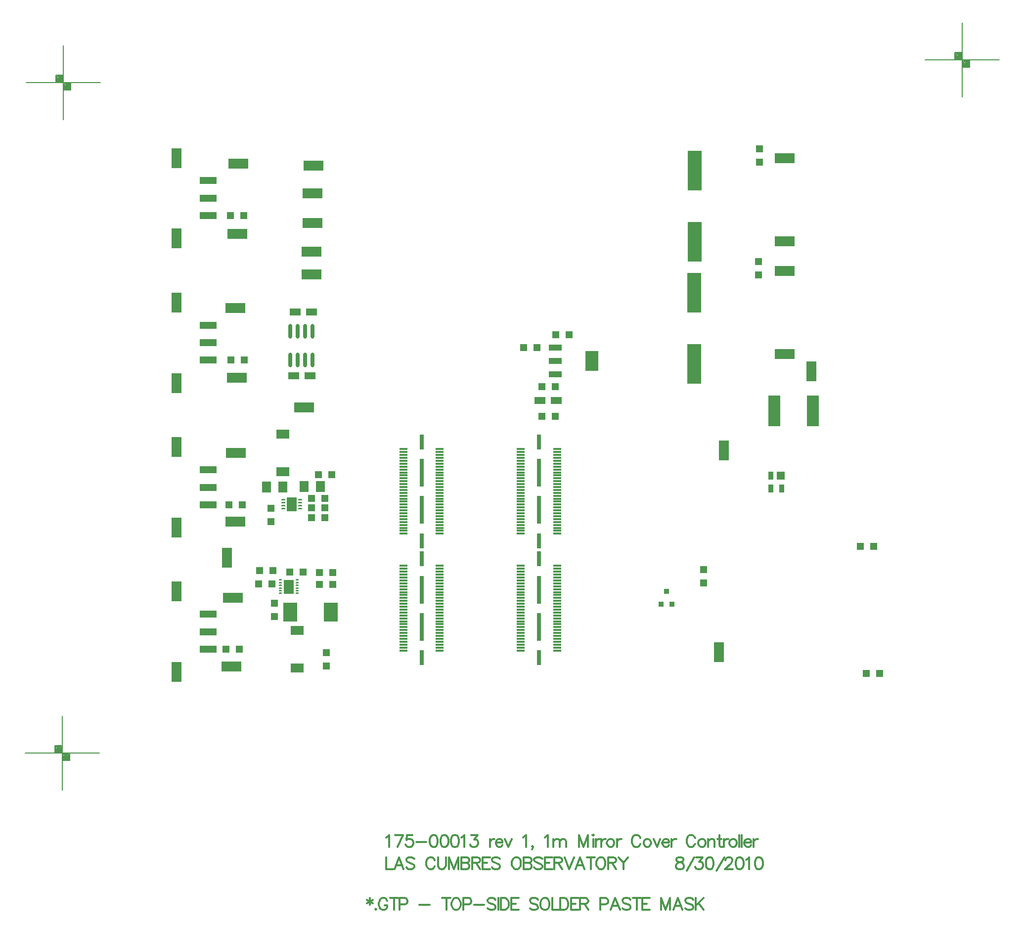
<source format=gtp>
%FSLAX23Y23*%
%MOIN*%
G70*
G01*
G75*
G04 Layer_Color=8421504*
%ADD10R,0.070X0.135*%
%ADD11R,0.135X0.070*%
%ADD12R,0.050X0.050*%
%ADD13O,0.028X0.098*%
%ADD14R,0.085X0.138*%
%ADD15R,0.085X0.043*%
%ADD16R,0.085X0.043*%
%ADD17R,0.078X0.048*%
%ADD18R,0.094X0.130*%
%ADD19R,0.050X0.050*%
%ADD20R,0.087X0.059*%
%ADD21O,0.024X0.010*%
%ADD22R,0.065X0.094*%
%ADD23R,0.035X0.053*%
%ADD24R,0.053X0.053*%
%ADD25R,0.063X0.075*%
%ADD26O,0.027X0.010*%
%ADD27R,0.036X0.036*%
%ADD28R,0.079X0.209*%
%ADD29R,0.115X0.050*%
%ADD30R,0.065X0.135*%
%ADD31R,0.098X0.268*%
%ADD32R,0.025X0.100*%
%ADD33R,0.057X0.012*%
%ADD34R,0.025X0.185*%
%ADD35C,0.008*%
%ADD36C,0.012*%
%ADD37C,0.010*%
%ADD38C,0.020*%
%ADD39C,0.005*%
%ADD40C,0.100*%
%ADD41C,0.030*%
%ADD42C,0.050*%
%ADD43C,0.025*%
%ADD44C,0.012*%
%ADD45C,0.012*%
%ADD46C,0.020*%
%ADD47R,0.059X0.059*%
%ADD48C,0.059*%
%ADD49C,0.087*%
%ADD50R,0.087X0.087*%
%ADD51C,0.079*%
%ADD52C,0.157*%
%ADD53C,0.060*%
%ADD54C,0.039*%
%ADD55C,0.200*%
%ADD56C,0.059*%
%ADD57R,0.059X0.059*%
%ADD58C,0.063*%
%ADD59C,0.116*%
%ADD60C,0.065*%
%ADD61C,0.100*%
%ADD62C,0.024*%
%ADD63C,0.026*%
%ADD64C,0.050*%
%ADD65C,0.040*%
%ADD66C,0.075*%
%ADD67C,0.087*%
%ADD68C,0.076*%
%ADD69C,0.131*%
%ADD70C,0.070*%
G04:AMPARAMS|DCode=71|XSize=90mil|YSize=90mil|CornerRadius=0mil|HoleSize=0mil|Usage=FLASHONLY|Rotation=0.000|XOffset=0mil|YOffset=0mil|HoleType=Round|Shape=Relief|Width=10mil|Gap=10mil|Entries=4|*
%AMTHD71*
7,0,0,0.090,0.070,0.010,45*
%
%ADD71THD71*%
%ADD72C,0.080*%
%ADD73C,0.131*%
%ADD74C,0.075*%
%ADD75C,0.168*%
%ADD76C,0.080*%
%ADD77C,0.103*%
G04:AMPARAMS|DCode=78|XSize=110mil|YSize=110mil|CornerRadius=0mil|HoleSize=0mil|Usage=FLASHONLY|Rotation=0.000|XOffset=0mil|YOffset=0mil|HoleType=Round|Shape=Relief|Width=10mil|Gap=10mil|Entries=4|*
%AMTHD78*
7,0,0,0.110,0.090,0.010,45*
%
%ADD78THD78*%
G04:AMPARAMS|DCode=79|XSize=70mil|YSize=70mil|CornerRadius=0mil|HoleSize=0mil|Usage=FLASHONLY|Rotation=0.000|XOffset=0mil|YOffset=0mil|HoleType=Round|Shape=Relief|Width=10mil|Gap=10mil|Entries=4|*
%AMTHD79*
7,0,0,0.070,0.050,0.010,45*
%
%ADD79THD79*%
%ADD80C,0.053*%
G04:AMPARAMS|DCode=81|XSize=120mil|YSize=120mil|CornerRadius=0mil|HoleSize=0mil|Usage=FLASHONLY|Rotation=0.000|XOffset=0mil|YOffset=0mil|HoleType=Round|Shape=Relief|Width=10mil|Gap=10mil|Entries=4|*
%AMTHD81*
7,0,0,0.120,0.100,0.010,45*
%
%ADD81THD81*%
%ADD82C,0.068*%
G04:AMPARAMS|DCode=83|XSize=95.433mil|YSize=95.433mil|CornerRadius=0mil|HoleSize=0mil|Usage=FLASHONLY|Rotation=0.000|XOffset=0mil|YOffset=0mil|HoleType=Round|Shape=Relief|Width=10mil|Gap=10mil|Entries=4|*
%AMTHD83*
7,0,0,0.095,0.075,0.010,45*
%
%ADD83THD83*%
G04:AMPARAMS|DCode=84|XSize=107.244mil|YSize=107.244mil|CornerRadius=0mil|HoleSize=0mil|Usage=FLASHONLY|Rotation=0.000|XOffset=0mil|YOffset=0mil|HoleType=Round|Shape=Relief|Width=10mil|Gap=10mil|Entries=4|*
%AMTHD84*
7,0,0,0.107,0.087,0.010,45*
%
%ADD84THD84*%
G04:AMPARAMS|DCode=85|XSize=96.221mil|YSize=96.221mil|CornerRadius=0mil|HoleSize=0mil|Usage=FLASHONLY|Rotation=0.000|XOffset=0mil|YOffset=0mil|HoleType=Round|Shape=Relief|Width=10mil|Gap=10mil|Entries=4|*
%AMTHD85*
7,0,0,0.096,0.076,0.010,45*
%
%ADD85THD85*%
G04:AMPARAMS|DCode=86|XSize=150.551mil|YSize=150.551mil|CornerRadius=0mil|HoleSize=0mil|Usage=FLASHONLY|Rotation=0.000|XOffset=0mil|YOffset=0mil|HoleType=Round|Shape=Relief|Width=10mil|Gap=10mil|Entries=4|*
%AMTHD86*
7,0,0,0.151,0.131,0.010,45*
%
%ADD86THD86*%
G04:AMPARAMS|DCode=87|XSize=100mil|YSize=100mil|CornerRadius=0mil|HoleSize=0mil|Usage=FLASHONLY|Rotation=0.000|XOffset=0mil|YOffset=0mil|HoleType=Round|Shape=Relief|Width=10mil|Gap=10mil|Entries=4|*
%AMTHD87*
7,0,0,0.100,0.080,0.010,45*
%
%ADD87THD87*%
G04:AMPARAMS|DCode=88|XSize=123mil|YSize=123mil|CornerRadius=0mil|HoleSize=0mil|Usage=FLASHONLY|Rotation=0.000|XOffset=0mil|YOffset=0mil|HoleType=Round|Shape=Relief|Width=10mil|Gap=10mil|Entries=4|*
%AMTHD88*
7,0,0,0.123,0.103,0.010,45*
%
%ADD88THD88*%
%ADD89C,0.090*%
G04:AMPARAMS|DCode=90|XSize=72.992mil|YSize=72.992mil|CornerRadius=0mil|HoleSize=0mil|Usage=FLASHONLY|Rotation=0.000|XOffset=0mil|YOffset=0mil|HoleType=Round|Shape=Relief|Width=10mil|Gap=10mil|Entries=4|*
%AMTHD90*
7,0,0,0.073,0.053,0.010,45*
%
%ADD90THD90*%
G04:AMPARAMS|DCode=91|XSize=88mil|YSize=88mil|CornerRadius=0mil|HoleSize=0mil|Usage=FLASHONLY|Rotation=0.000|XOffset=0mil|YOffset=0mil|HoleType=Round|Shape=Relief|Width=10mil|Gap=10mil|Entries=4|*
%AMTHD91*
7,0,0,0.088,0.068,0.010,45*
%
%ADD91THD91*%
%ADD92C,0.010*%
%ADD93C,0.010*%
%ADD94C,0.020*%
%ADD95C,0.008*%
%ADD96C,0.007*%
%ADD97C,0.006*%
%ADD98R,0.136X0.162*%
D10*
X15793Y12138D02*
D03*
X15759Y10779D02*
D03*
X12442Y11417D02*
D03*
X16382Y12674D02*
D03*
D11*
X12963Y12430D02*
D03*
X13021Y13873D02*
D03*
X12484Y11147D02*
D03*
X12502Y12124D02*
D03*
X12500Y13099D02*
D03*
X12521Y14074D02*
D03*
X12475Y10683D02*
D03*
X12500Y11659D02*
D03*
X12509Y12629D02*
D03*
X12514Y13600D02*
D03*
X13015Y13326D02*
D03*
Y13481D02*
D03*
X13026Y14061D02*
D03*
X13019Y13674D02*
D03*
X16202Y12790D02*
D03*
Y13350D02*
D03*
Y13550D02*
D03*
Y14110D02*
D03*
D12*
X14660Y12921D02*
D03*
X14750D02*
D03*
X14445Y12833D02*
D03*
X14535D02*
D03*
X14568Y12368D02*
D03*
X14658D02*
D03*
X14566Y12570D02*
D03*
X14656D02*
D03*
X12867Y11320D02*
D03*
X12957D02*
D03*
X12747Y11240D02*
D03*
X12657D02*
D03*
X13157Y11235D02*
D03*
X13067D02*
D03*
X13157Y11315D02*
D03*
X13067D02*
D03*
X12662Y11330D02*
D03*
X12752D02*
D03*
X13015Y11687D02*
D03*
X13105D02*
D03*
X13015Y11817D02*
D03*
X13105D02*
D03*
Y11752D02*
D03*
X13015D02*
D03*
X13150Y11977D02*
D03*
X13060D02*
D03*
X12437Y10799D02*
D03*
X12527D02*
D03*
X12458Y11773D02*
D03*
X12548D02*
D03*
X12469Y12748D02*
D03*
X12559D02*
D03*
X12468Y13722D02*
D03*
X12558D02*
D03*
X16755Y10636D02*
D03*
X16845D02*
D03*
X16713Y11492D02*
D03*
X16803D02*
D03*
D13*
X13021Y12942D02*
D03*
X12971D02*
D03*
X12921D02*
D03*
X12871D02*
D03*
X13021Y12749D02*
D03*
X12971D02*
D03*
X12921D02*
D03*
X12871D02*
D03*
D14*
X14902Y12743D02*
D03*
D15*
X14658Y12653D02*
D03*
Y12834D02*
D03*
D16*
Y12743D02*
D03*
D17*
X13015Y13073D02*
D03*
X12905D02*
D03*
X13004Y12642D02*
D03*
X12894D02*
D03*
X14553Y12475D02*
D03*
X14663D02*
D03*
D18*
X13144Y11050D02*
D03*
X12870D02*
D03*
D19*
X13112Y10775D02*
D03*
Y10685D02*
D03*
X12762Y11020D02*
D03*
Y11110D02*
D03*
X12741Y11659D02*
D03*
Y11749D02*
D03*
X15658Y11337D02*
D03*
Y11247D02*
D03*
X16027Y13413D02*
D03*
Y13323D02*
D03*
X16035Y14173D02*
D03*
Y14083D02*
D03*
D20*
X12917Y10926D02*
D03*
Y10674D02*
D03*
X12820Y11996D02*
D03*
Y12248D02*
D03*
D21*
X12916Y11265D02*
D03*
Y11247D02*
D03*
X12802Y11265D02*
D03*
Y11247D02*
D03*
Y11229D02*
D03*
Y11211D02*
D03*
Y11194D02*
D03*
Y11176D02*
D03*
X12916D02*
D03*
Y11194D02*
D03*
Y11211D02*
D03*
Y11229D02*
D03*
D22*
X12859Y11220D02*
D03*
X12880Y11777D02*
D03*
D23*
X16109Y11971D02*
D03*
Y11884D02*
D03*
X16183D02*
D03*
D24*
X16176Y11971D02*
D03*
D25*
X13074Y11895D02*
D03*
X12964D02*
D03*
X12710Y11892D02*
D03*
X12820D02*
D03*
D26*
X12825Y11806D02*
D03*
Y11787D02*
D03*
Y11767D02*
D03*
Y11747D02*
D03*
X12936D02*
D03*
Y11767D02*
D03*
X12936Y11787D02*
D03*
X12936Y11806D02*
D03*
D27*
X15369Y11104D02*
D03*
X15406Y11190D02*
D03*
X15443Y11104D02*
D03*
D28*
X16394Y12407D02*
D03*
X16134D02*
D03*
D29*
X12318Y13722D02*
D03*
Y13840D02*
D03*
Y13958D02*
D03*
Y12748D02*
D03*
Y12866D02*
D03*
Y12984D02*
D03*
Y11773D02*
D03*
Y11891D02*
D03*
Y12009D02*
D03*
Y10799D02*
D03*
Y10917D02*
D03*
Y11035D02*
D03*
D30*
X12102Y13569D02*
D03*
Y14111D02*
D03*
Y12594D02*
D03*
Y13137D02*
D03*
Y11620D02*
D03*
Y12162D02*
D03*
Y10646D02*
D03*
Y11188D02*
D03*
D31*
X15595Y12722D02*
D03*
Y13202D02*
D03*
X15598Y13545D02*
D03*
Y14025D02*
D03*
D32*
X14547Y11409D02*
D03*
Y11531D02*
D03*
Y12196D02*
D03*
Y10744D02*
D03*
X13757Y11409D02*
D03*
Y11531D02*
D03*
Y12196D02*
D03*
Y10744D02*
D03*
D33*
X14669Y12149D02*
D03*
Y12129D02*
D03*
Y12110D02*
D03*
Y12090D02*
D03*
Y12070D02*
D03*
Y12050D02*
D03*
Y12031D02*
D03*
Y12011D02*
D03*
Y11991D02*
D03*
Y11972D02*
D03*
Y11952D02*
D03*
Y11932D02*
D03*
Y11913D02*
D03*
Y11893D02*
D03*
Y11873D02*
D03*
Y11854D02*
D03*
Y11834D02*
D03*
Y11814D02*
D03*
Y11795D02*
D03*
Y11775D02*
D03*
Y11755D02*
D03*
Y11736D02*
D03*
Y11716D02*
D03*
Y11696D02*
D03*
Y11676D02*
D03*
Y11657D02*
D03*
Y11637D02*
D03*
Y11617D02*
D03*
Y11598D02*
D03*
Y11578D02*
D03*
Y11362D02*
D03*
Y11342D02*
D03*
Y11322D02*
D03*
Y11302D02*
D03*
Y11283D02*
D03*
Y11263D02*
D03*
Y11243D02*
D03*
Y11224D02*
D03*
Y11204D02*
D03*
Y11184D02*
D03*
Y11165D02*
D03*
Y11145D02*
D03*
Y11125D02*
D03*
Y11106D02*
D03*
Y11086D02*
D03*
Y11066D02*
D03*
Y11047D02*
D03*
Y11027D02*
D03*
Y11007D02*
D03*
Y10987D02*
D03*
Y10968D02*
D03*
Y10948D02*
D03*
Y10928D02*
D03*
Y10909D02*
D03*
Y10889D02*
D03*
Y10869D02*
D03*
Y10850D02*
D03*
Y10830D02*
D03*
Y10810D02*
D03*
Y10791D02*
D03*
X14425Y12149D02*
D03*
Y12129D02*
D03*
Y12110D02*
D03*
Y12090D02*
D03*
Y12070D02*
D03*
Y12050D02*
D03*
Y12031D02*
D03*
Y12011D02*
D03*
Y11991D02*
D03*
Y11972D02*
D03*
Y11952D02*
D03*
Y11932D02*
D03*
Y11913D02*
D03*
Y11893D02*
D03*
Y11873D02*
D03*
Y11854D02*
D03*
Y11834D02*
D03*
Y11814D02*
D03*
Y11795D02*
D03*
Y11775D02*
D03*
Y11755D02*
D03*
Y11736D02*
D03*
Y11716D02*
D03*
Y11696D02*
D03*
Y11676D02*
D03*
Y11657D02*
D03*
Y11637D02*
D03*
Y11617D02*
D03*
Y11598D02*
D03*
Y11578D02*
D03*
Y11362D02*
D03*
Y11342D02*
D03*
Y11322D02*
D03*
Y11302D02*
D03*
Y11283D02*
D03*
Y11263D02*
D03*
Y11243D02*
D03*
Y11224D02*
D03*
Y11204D02*
D03*
Y11184D02*
D03*
Y11165D02*
D03*
Y11145D02*
D03*
Y11125D02*
D03*
Y11106D02*
D03*
Y11086D02*
D03*
Y11066D02*
D03*
Y11047D02*
D03*
Y11027D02*
D03*
Y11007D02*
D03*
Y10987D02*
D03*
Y10968D02*
D03*
Y10948D02*
D03*
Y10928D02*
D03*
Y10909D02*
D03*
Y10889D02*
D03*
Y10869D02*
D03*
Y10850D02*
D03*
Y10830D02*
D03*
Y10810D02*
D03*
Y10791D02*
D03*
X13878Y12149D02*
D03*
Y12129D02*
D03*
Y12110D02*
D03*
Y12090D02*
D03*
Y12070D02*
D03*
Y12050D02*
D03*
Y12031D02*
D03*
Y12011D02*
D03*
Y11991D02*
D03*
Y11972D02*
D03*
Y11952D02*
D03*
Y11932D02*
D03*
Y11913D02*
D03*
Y11893D02*
D03*
Y11873D02*
D03*
Y11854D02*
D03*
Y11834D02*
D03*
Y11814D02*
D03*
Y11795D02*
D03*
Y11775D02*
D03*
Y11755D02*
D03*
Y11736D02*
D03*
Y11716D02*
D03*
Y11696D02*
D03*
Y11676D02*
D03*
Y11657D02*
D03*
Y11637D02*
D03*
Y11617D02*
D03*
Y11598D02*
D03*
Y11578D02*
D03*
Y11362D02*
D03*
Y11342D02*
D03*
Y11322D02*
D03*
Y11302D02*
D03*
Y11283D02*
D03*
Y11263D02*
D03*
Y11243D02*
D03*
Y11224D02*
D03*
Y11204D02*
D03*
Y11184D02*
D03*
Y11165D02*
D03*
Y11145D02*
D03*
Y11125D02*
D03*
Y11106D02*
D03*
Y11086D02*
D03*
Y11066D02*
D03*
Y11047D02*
D03*
Y11027D02*
D03*
Y11007D02*
D03*
Y10987D02*
D03*
Y10968D02*
D03*
Y10948D02*
D03*
Y10928D02*
D03*
Y10909D02*
D03*
Y10889D02*
D03*
Y10869D02*
D03*
Y10850D02*
D03*
Y10830D02*
D03*
Y10810D02*
D03*
Y10791D02*
D03*
X13635Y12149D02*
D03*
Y12129D02*
D03*
Y12110D02*
D03*
Y12090D02*
D03*
Y12070D02*
D03*
Y12050D02*
D03*
Y12031D02*
D03*
Y12011D02*
D03*
Y11991D02*
D03*
Y11972D02*
D03*
Y11952D02*
D03*
Y11932D02*
D03*
Y11913D02*
D03*
Y11893D02*
D03*
Y11873D02*
D03*
Y11854D02*
D03*
Y11834D02*
D03*
Y11814D02*
D03*
Y11795D02*
D03*
Y11775D02*
D03*
Y11755D02*
D03*
Y11736D02*
D03*
Y11716D02*
D03*
Y11696D02*
D03*
Y11676D02*
D03*
Y11657D02*
D03*
Y11637D02*
D03*
Y11617D02*
D03*
Y11598D02*
D03*
Y11578D02*
D03*
Y11362D02*
D03*
Y11342D02*
D03*
Y11322D02*
D03*
Y11302D02*
D03*
Y11283D02*
D03*
Y11263D02*
D03*
Y11243D02*
D03*
Y11224D02*
D03*
Y11204D02*
D03*
Y11184D02*
D03*
Y11165D02*
D03*
Y11145D02*
D03*
Y11125D02*
D03*
Y11106D02*
D03*
Y11086D02*
D03*
Y11066D02*
D03*
Y11047D02*
D03*
Y11027D02*
D03*
Y11007D02*
D03*
Y10987D02*
D03*
Y10968D02*
D03*
Y10948D02*
D03*
Y10928D02*
D03*
Y10909D02*
D03*
Y10889D02*
D03*
Y10869D02*
D03*
Y10850D02*
D03*
Y10830D02*
D03*
Y10810D02*
D03*
Y10791D02*
D03*
D34*
X14547Y11988D02*
D03*
Y11738D02*
D03*
Y10951D02*
D03*
Y11201D02*
D03*
X13757Y11988D02*
D03*
Y11738D02*
D03*
Y10951D02*
D03*
Y11201D02*
D03*
D35*
X17370Y14798D02*
X17380D01*
X17370Y14793D02*
Y14803D01*
Y14793D02*
X17380Y14793D01*
X17380Y14803D01*
X17370D02*
X17380D01*
X17365Y14788D02*
Y14803D01*
Y14788D02*
X17385D01*
Y14808D01*
X17365Y14808D02*
X17385Y14808D01*
X17360Y14783D02*
Y14808D01*
Y14783D02*
X17390D01*
Y14813D01*
X17360D02*
X17390D01*
X17355Y14778D02*
Y14818D01*
Y14778D02*
X17395D01*
Y14818D01*
X17355D02*
X17395D01*
X17420Y14748D02*
X17430D01*
X17420Y14743D02*
X17420Y14753D01*
X17420Y14743D02*
X17430D01*
Y14753D01*
X17420Y14753D02*
X17430Y14753D01*
X17415Y14738D02*
Y14753D01*
Y14738D02*
X17435Y14738D01*
X17435Y14758D02*
X17435Y14738D01*
X17415Y14758D02*
X17435D01*
X17410Y14733D02*
Y14758D01*
Y14733D02*
X17440D01*
Y14763D01*
X17410D02*
X17440D01*
X17405Y14728D02*
Y14768D01*
Y14728D02*
X17445D01*
Y14768D01*
X17405D02*
X17445D01*
X17400Y14723D02*
X17450Y14723D01*
X17450Y14773D02*
X17450Y14723D01*
X17350Y14823D02*
X17400Y14823D01*
X17350Y14823D02*
X17350Y14773D01*
X17400Y14523D02*
Y15023D01*
X17150Y14773D02*
X17650D01*
X11302Y10123D02*
X11312D01*
X11302Y10118D02*
Y10128D01*
Y10118D02*
X11312D01*
Y10128D01*
X11302D02*
X11312D01*
X11297Y10113D02*
Y10128D01*
Y10113D02*
X11317D01*
Y10133D01*
X11297D02*
X11317D01*
X11292Y10108D02*
Y10133D01*
Y10108D02*
X11322D01*
Y10138D01*
X11292D02*
X11322D01*
X11287Y10103D02*
Y10143D01*
Y10103D02*
X11327D01*
Y10143D01*
X11287D02*
X11327D01*
X11352Y10073D02*
X11362D01*
X11352Y10068D02*
Y10078D01*
Y10068D02*
X11362D01*
Y10078D01*
X11352D02*
X11362D01*
X11347Y10063D02*
Y10078D01*
Y10063D02*
X11367D01*
Y10083D01*
X11347D02*
X11367D01*
X11342Y10058D02*
Y10083D01*
Y10058D02*
X11372D01*
Y10088D01*
X11342D02*
X11372D01*
X11337Y10053D02*
Y10093D01*
Y10053D02*
X11377D01*
Y10093D01*
X11337D02*
X11377D01*
X11332Y10048D02*
X11382D01*
Y10098D01*
X11282Y10148D02*
X11332D01*
X11282Y10098D02*
Y10148D01*
X11332Y9848D02*
Y10348D01*
X11082Y10098D02*
X11582D01*
X11311Y14643D02*
X11321D01*
X11311Y14638D02*
Y14648D01*
Y14638D02*
X11321D01*
Y14648D01*
X11311D02*
X11321D01*
X11306Y14633D02*
Y14648D01*
Y14633D02*
X11326D01*
Y14653D01*
X11306D02*
X11326D01*
X11301Y14628D02*
Y14653D01*
Y14628D02*
X11331D01*
Y14658D01*
X11301D02*
X11331D01*
X11296Y14623D02*
Y14663D01*
Y14623D02*
X11336D01*
Y14663D01*
X11296D02*
X11336D01*
X11361Y14593D02*
X11371D01*
X11361Y14588D02*
Y14598D01*
Y14588D02*
X11371D01*
Y14598D01*
X11361D02*
X11371D01*
X11356Y14583D02*
Y14598D01*
Y14583D02*
X11376D01*
Y14603D01*
X11356D02*
X11376D01*
X11351Y14578D02*
Y14603D01*
Y14578D02*
X11381D01*
Y14608D01*
X11351D02*
X11381D01*
X11346Y14573D02*
Y14613D01*
Y14573D02*
X11386D01*
Y14613D01*
X11346D02*
X11386D01*
X11341Y14568D02*
X11391D01*
Y14618D01*
X11291Y14668D02*
X11341D01*
X11291Y14618D02*
Y14668D01*
X11341Y14368D02*
Y14868D01*
X11091Y14618D02*
X11591D01*
D36*
X13407Y9122D02*
Y9076D01*
X13388Y9110D02*
X13426Y9087D01*
Y9110D02*
X13388Y9087D01*
X13447Y9049D02*
X13443Y9045D01*
X13447Y9042D01*
X13450Y9045D01*
X13447Y9049D01*
X13525Y9103D02*
X13521Y9110D01*
X13514Y9118D01*
X13506Y9122D01*
X13491D01*
X13483Y9118D01*
X13475Y9110D01*
X13472Y9103D01*
X13468Y9091D01*
Y9072D01*
X13472Y9061D01*
X13475Y9053D01*
X13483Y9045D01*
X13491Y9042D01*
X13506D01*
X13514Y9045D01*
X13521Y9053D01*
X13525Y9061D01*
Y9072D01*
X13506D02*
X13525D01*
X13570Y9122D02*
Y9042D01*
X13543Y9122D02*
X13597D01*
X13606Y9080D02*
X13640D01*
X13652Y9084D01*
X13656Y9087D01*
X13659Y9095D01*
Y9106D01*
X13656Y9114D01*
X13652Y9118D01*
X13640Y9122D01*
X13606D01*
Y9042D01*
X13740Y9076D02*
X13809D01*
X13922Y9122D02*
Y9042D01*
X13895Y9122D02*
X13949D01*
X13981D02*
X13973Y9118D01*
X13966Y9110D01*
X13962Y9103D01*
X13958Y9091D01*
Y9072D01*
X13962Y9061D01*
X13966Y9053D01*
X13973Y9045D01*
X13981Y9042D01*
X13996D01*
X14004Y9045D01*
X14011Y9053D01*
X14015Y9061D01*
X14019Y9072D01*
Y9091D01*
X14015Y9103D01*
X14011Y9110D01*
X14004Y9118D01*
X13996Y9122D01*
X13981D01*
X14038Y9080D02*
X14072D01*
X14083Y9084D01*
X14087Y9087D01*
X14091Y9095D01*
Y9106D01*
X14087Y9114D01*
X14083Y9118D01*
X14072Y9122D01*
X14038D01*
Y9042D01*
X14109Y9076D02*
X14177D01*
X14254Y9110D02*
X14247Y9118D01*
X14235Y9122D01*
X14220D01*
X14209Y9118D01*
X14201Y9110D01*
Y9103D01*
X14205Y9095D01*
X14209Y9091D01*
X14216Y9087D01*
X14239Y9080D01*
X14247Y9076D01*
X14251Y9072D01*
X14254Y9064D01*
Y9053D01*
X14247Y9045D01*
X14235Y9042D01*
X14220D01*
X14209Y9045D01*
X14201Y9053D01*
X14272Y9122D02*
Y9042D01*
X14289Y9122D02*
Y9042D01*
Y9122D02*
X14316D01*
X14327Y9118D01*
X14335Y9110D01*
X14339Y9103D01*
X14342Y9091D01*
Y9072D01*
X14339Y9061D01*
X14335Y9053D01*
X14327Y9045D01*
X14316Y9042D01*
X14289D01*
X14410Y9122D02*
X14360D01*
Y9042D01*
X14410D01*
X14360Y9084D02*
X14391D01*
X14539Y9110D02*
X14532Y9118D01*
X14520Y9122D01*
X14505D01*
X14494Y9118D01*
X14486Y9110D01*
Y9103D01*
X14490Y9095D01*
X14494Y9091D01*
X14501Y9087D01*
X14524Y9080D01*
X14532Y9076D01*
X14535Y9072D01*
X14539Y9064D01*
Y9053D01*
X14532Y9045D01*
X14520Y9042D01*
X14505D01*
X14494Y9045D01*
X14486Y9053D01*
X14580Y9122D02*
X14572Y9118D01*
X14565Y9110D01*
X14561Y9103D01*
X14557Y9091D01*
Y9072D01*
X14561Y9061D01*
X14565Y9053D01*
X14572Y9045D01*
X14580Y9042D01*
X14595D01*
X14603Y9045D01*
X14610Y9053D01*
X14614Y9061D01*
X14618Y9072D01*
Y9091D01*
X14614Y9103D01*
X14610Y9110D01*
X14603Y9118D01*
X14595Y9122D01*
X14580D01*
X14637D02*
Y9042D01*
X14682D01*
X14691Y9122D02*
Y9042D01*
Y9122D02*
X14718D01*
X14729Y9118D01*
X14737Y9110D01*
X14741Y9103D01*
X14745Y9091D01*
Y9072D01*
X14741Y9061D01*
X14737Y9053D01*
X14729Y9045D01*
X14718Y9042D01*
X14691D01*
X14812Y9122D02*
X14762D01*
Y9042D01*
X14812D01*
X14762Y9084D02*
X14793D01*
X14825Y9122D02*
Y9042D01*
Y9122D02*
X14860D01*
X14871Y9118D01*
X14875Y9114D01*
X14879Y9106D01*
Y9099D01*
X14875Y9091D01*
X14871Y9087D01*
X14860Y9084D01*
X14825D01*
X14852D02*
X14879Y9042D01*
X14959Y9080D02*
X14994D01*
X15005Y9084D01*
X15009Y9087D01*
X15013Y9095D01*
Y9106D01*
X15009Y9114D01*
X15005Y9118D01*
X14994Y9122D01*
X14959D01*
Y9042D01*
X15092D02*
X15061Y9122D01*
X15031Y9042D01*
X15042Y9068D02*
X15080D01*
X15164Y9110D02*
X15156Y9118D01*
X15144Y9122D01*
X15129D01*
X15118Y9118D01*
X15110Y9110D01*
Y9103D01*
X15114Y9095D01*
X15118Y9091D01*
X15125Y9087D01*
X15148Y9080D01*
X15156Y9076D01*
X15160Y9072D01*
X15164Y9064D01*
Y9053D01*
X15156Y9045D01*
X15144Y9042D01*
X15129D01*
X15118Y9045D01*
X15110Y9053D01*
X15208Y9122D02*
Y9042D01*
X15181Y9122D02*
X15235D01*
X15294D02*
X15244D01*
Y9042D01*
X15294D01*
X15244Y9084D02*
X15275D01*
X15370Y9122D02*
Y9042D01*
Y9122D02*
X15400Y9042D01*
X15431Y9122D02*
X15400Y9042D01*
X15431Y9122D02*
Y9042D01*
X15515D02*
X15484Y9122D01*
X15454Y9042D01*
X15465Y9068D02*
X15503D01*
X15587Y9110D02*
X15579Y9118D01*
X15568Y9122D01*
X15552D01*
X15541Y9118D01*
X15533Y9110D01*
Y9103D01*
X15537Y9095D01*
X15541Y9091D01*
X15549Y9087D01*
X15571Y9080D01*
X15579Y9076D01*
X15583Y9072D01*
X15587Y9064D01*
Y9053D01*
X15579Y9045D01*
X15568Y9042D01*
X15552D01*
X15541Y9045D01*
X15533Y9053D01*
X15605Y9122D02*
Y9042D01*
X15658Y9122D02*
X15605Y9068D01*
X15624Y9087D02*
X15658Y9042D01*
X13518Y9531D02*
X13526Y9535D01*
X13537Y9546D01*
Y9466D01*
X13630Y9546D02*
X13592Y9466D01*
X13577Y9546D02*
X13630D01*
X13694D02*
X13656D01*
X13652Y9512D01*
X13656Y9516D01*
X13667Y9520D01*
X13679D01*
X13690Y9516D01*
X13698Y9508D01*
X13701Y9497D01*
Y9489D01*
X13698Y9478D01*
X13690Y9470D01*
X13679Y9466D01*
X13667D01*
X13656Y9470D01*
X13652Y9474D01*
X13648Y9482D01*
X13719Y9501D02*
X13788D01*
X13834Y9546D02*
X13823Y9543D01*
X13815Y9531D01*
X13811Y9512D01*
Y9501D01*
X13815Y9482D01*
X13823Y9470D01*
X13834Y9466D01*
X13842D01*
X13853Y9470D01*
X13861Y9482D01*
X13865Y9501D01*
Y9512D01*
X13861Y9531D01*
X13853Y9543D01*
X13842Y9546D01*
X13834D01*
X13906D02*
X13894Y9543D01*
X13886Y9531D01*
X13883Y9512D01*
Y9501D01*
X13886Y9482D01*
X13894Y9470D01*
X13906Y9466D01*
X13913D01*
X13925Y9470D01*
X13932Y9482D01*
X13936Y9501D01*
Y9512D01*
X13932Y9531D01*
X13925Y9543D01*
X13913Y9546D01*
X13906D01*
X13977D02*
X13965Y9543D01*
X13958Y9531D01*
X13954Y9512D01*
Y9501D01*
X13958Y9482D01*
X13965Y9470D01*
X13977Y9466D01*
X13984D01*
X13996Y9470D01*
X14003Y9482D01*
X14007Y9501D01*
Y9512D01*
X14003Y9531D01*
X13996Y9543D01*
X13984Y9546D01*
X13977D01*
X14025Y9531D02*
X14033Y9535D01*
X14044Y9546D01*
Y9466D01*
X14091Y9546D02*
X14133D01*
X14110Y9516D01*
X14122D01*
X14129Y9512D01*
X14133Y9508D01*
X14137Y9497D01*
Y9489D01*
X14133Y9478D01*
X14126Y9470D01*
X14114Y9466D01*
X14103D01*
X14091Y9470D01*
X14088Y9474D01*
X14084Y9482D01*
X14218Y9520D02*
Y9466D01*
Y9497D02*
X14222Y9508D01*
X14229Y9516D01*
X14237Y9520D01*
X14248D01*
X14256Y9497D02*
X14301D01*
Y9504D01*
X14297Y9512D01*
X14294Y9516D01*
X14286Y9520D01*
X14275D01*
X14267Y9516D01*
X14259Y9508D01*
X14256Y9497D01*
Y9489D01*
X14259Y9478D01*
X14267Y9470D01*
X14275Y9466D01*
X14286D01*
X14294Y9470D01*
X14301Y9478D01*
X14318Y9520D02*
X14341Y9466D01*
X14364Y9520D02*
X14341Y9466D01*
X14440Y9531D02*
X14447Y9535D01*
X14459Y9546D01*
Y9466D01*
X14506Y9470D02*
X14502Y9466D01*
X14499Y9470D01*
X14502Y9474D01*
X14506Y9470D01*
Y9463D01*
X14502Y9455D01*
X14499Y9451D01*
X14587Y9531D02*
X14594Y9535D01*
X14606Y9546D01*
Y9466D01*
X14645Y9520D02*
Y9466D01*
Y9504D02*
X14657Y9516D01*
X14664Y9520D01*
X14676D01*
X14683Y9516D01*
X14687Y9504D01*
Y9466D01*
Y9504D02*
X14698Y9516D01*
X14706Y9520D01*
X14718D01*
X14725Y9516D01*
X14729Y9504D01*
Y9466D01*
X14817Y9546D02*
Y9466D01*
Y9546D02*
X14847Y9466D01*
X14878Y9546D02*
X14847Y9466D01*
X14878Y9546D02*
Y9466D01*
X14908Y9546D02*
X14912Y9543D01*
X14916Y9546D01*
X14912Y9550D01*
X14908Y9546D01*
X14912Y9520D02*
Y9466D01*
X14930Y9520D02*
Y9466D01*
Y9497D02*
X14934Y9508D01*
X14941Y9516D01*
X14949Y9520D01*
X14961D01*
X14968D02*
Y9466D01*
Y9497D02*
X14972Y9508D01*
X14979Y9516D01*
X14987Y9520D01*
X14998D01*
X15025D02*
X15017Y9516D01*
X15009Y9508D01*
X15005Y9497D01*
Y9489D01*
X15009Y9478D01*
X15017Y9470D01*
X15025Y9466D01*
X15036D01*
X15044Y9470D01*
X15051Y9478D01*
X15055Y9489D01*
Y9497D01*
X15051Y9508D01*
X15044Y9516D01*
X15036Y9520D01*
X15025D01*
X15073D02*
Y9466D01*
Y9497D02*
X15076Y9508D01*
X15084Y9516D01*
X15092Y9520D01*
X15103D01*
X15230Y9527D02*
X15226Y9535D01*
X15219Y9543D01*
X15211Y9546D01*
X15196D01*
X15188Y9543D01*
X15181Y9535D01*
X15177Y9527D01*
X15173Y9516D01*
Y9497D01*
X15177Y9485D01*
X15181Y9478D01*
X15188Y9470D01*
X15196Y9466D01*
X15211D01*
X15219Y9470D01*
X15226Y9478D01*
X15230Y9485D01*
X15272Y9520D02*
X15264Y9516D01*
X15256Y9508D01*
X15253Y9497D01*
Y9489D01*
X15256Y9478D01*
X15264Y9470D01*
X15272Y9466D01*
X15283D01*
X15291Y9470D01*
X15298Y9478D01*
X15302Y9489D01*
Y9497D01*
X15298Y9508D01*
X15291Y9516D01*
X15283Y9520D01*
X15272D01*
X15320D02*
X15343Y9466D01*
X15365Y9520D02*
X15343Y9466D01*
X15378Y9497D02*
X15424D01*
Y9504D01*
X15420Y9512D01*
X15416Y9516D01*
X15409Y9520D01*
X15397D01*
X15390Y9516D01*
X15382Y9508D01*
X15378Y9497D01*
Y9489D01*
X15382Y9478D01*
X15390Y9470D01*
X15397Y9466D01*
X15409D01*
X15416Y9470D01*
X15424Y9478D01*
X15441Y9520D02*
Y9466D01*
Y9497D02*
X15445Y9508D01*
X15453Y9516D01*
X15460Y9520D01*
X15472D01*
X15599Y9527D02*
X15595Y9535D01*
X15587Y9543D01*
X15580Y9546D01*
X15565D01*
X15557Y9543D01*
X15549Y9535D01*
X15546Y9527D01*
X15542Y9516D01*
Y9497D01*
X15546Y9485D01*
X15549Y9478D01*
X15557Y9470D01*
X15565Y9466D01*
X15580D01*
X15587Y9470D01*
X15595Y9478D01*
X15599Y9485D01*
X15640Y9520D02*
X15633Y9516D01*
X15625Y9508D01*
X15621Y9497D01*
Y9489D01*
X15625Y9478D01*
X15633Y9470D01*
X15640Y9466D01*
X15652D01*
X15659Y9470D01*
X15667Y9478D01*
X15671Y9489D01*
Y9497D01*
X15667Y9508D01*
X15659Y9516D01*
X15652Y9520D01*
X15640D01*
X15688D02*
Y9466D01*
Y9504D02*
X15700Y9516D01*
X15707Y9520D01*
X15719D01*
X15726Y9516D01*
X15730Y9504D01*
Y9466D01*
X15763Y9546D02*
Y9482D01*
X15766Y9470D01*
X15774Y9466D01*
X15782D01*
X15751Y9520D02*
X15778D01*
X15793D02*
Y9466D01*
Y9497D02*
X15797Y9508D01*
X15805Y9516D01*
X15812Y9520D01*
X15824D01*
X15850D02*
X15842Y9516D01*
X15835Y9508D01*
X15831Y9497D01*
Y9489D01*
X15835Y9478D01*
X15842Y9470D01*
X15850Y9466D01*
X15861D01*
X15869Y9470D01*
X15877Y9478D01*
X15880Y9489D01*
Y9497D01*
X15877Y9508D01*
X15869Y9516D01*
X15861Y9520D01*
X15850D01*
X15898Y9546D02*
Y9466D01*
X15915Y9546D02*
Y9466D01*
X15931Y9497D02*
X15977D01*
Y9504D01*
X15973Y9512D01*
X15969Y9516D01*
X15962Y9520D01*
X15950D01*
X15943Y9516D01*
X15935Y9508D01*
X15931Y9497D01*
Y9489D01*
X15935Y9478D01*
X15943Y9470D01*
X15950Y9466D01*
X15962D01*
X15969Y9470D01*
X15977Y9478D01*
X15994Y9520D02*
Y9466D01*
Y9497D02*
X15998Y9508D01*
X16006Y9516D01*
X16013Y9520D01*
X16025D01*
D45*
X13518Y9396D02*
Y9316D01*
X13564D01*
X13634D02*
X13603Y9396D01*
X13573Y9316D01*
X13584Y9343D02*
X13622D01*
X13706Y9385D02*
X13698Y9393D01*
X13687Y9396D01*
X13671D01*
X13660Y9393D01*
X13652Y9385D01*
Y9377D01*
X13656Y9370D01*
X13660Y9366D01*
X13667Y9362D01*
X13690Y9354D01*
X13698Y9351D01*
X13702Y9347D01*
X13706Y9339D01*
Y9328D01*
X13698Y9320D01*
X13687Y9316D01*
X13671D01*
X13660Y9320D01*
X13652Y9328D01*
X13843Y9377D02*
X13840Y9385D01*
X13832Y9393D01*
X13824Y9396D01*
X13809D01*
X13802Y9393D01*
X13794Y9385D01*
X13790Y9377D01*
X13786Y9366D01*
Y9347D01*
X13790Y9335D01*
X13794Y9328D01*
X13802Y9320D01*
X13809Y9316D01*
X13824D01*
X13832Y9320D01*
X13840Y9328D01*
X13843Y9335D01*
X13866Y9396D02*
Y9339D01*
X13870Y9328D01*
X13877Y9320D01*
X13889Y9316D01*
X13896D01*
X13908Y9320D01*
X13915Y9328D01*
X13919Y9339D01*
Y9396D01*
X13941D02*
Y9316D01*
Y9396D02*
X13972Y9316D01*
X14002Y9396D02*
X13972Y9316D01*
X14002Y9396D02*
Y9316D01*
X14025Y9396D02*
Y9316D01*
Y9396D02*
X14059D01*
X14071Y9393D01*
X14075Y9389D01*
X14078Y9381D01*
Y9373D01*
X14075Y9366D01*
X14071Y9362D01*
X14059Y9358D01*
X14025D02*
X14059D01*
X14071Y9354D01*
X14075Y9351D01*
X14078Y9343D01*
Y9332D01*
X14075Y9324D01*
X14071Y9320D01*
X14059Y9316D01*
X14025D01*
X14096Y9396D02*
Y9316D01*
Y9396D02*
X14131D01*
X14142Y9393D01*
X14146Y9389D01*
X14150Y9381D01*
Y9373D01*
X14146Y9366D01*
X14142Y9362D01*
X14131Y9358D01*
X14096D01*
X14123D02*
X14150Y9316D01*
X14217Y9396D02*
X14168D01*
Y9316D01*
X14217D01*
X14168Y9358D02*
X14198D01*
X14284Y9385D02*
X14276Y9393D01*
X14265Y9396D01*
X14249D01*
X14238Y9393D01*
X14230Y9385D01*
Y9377D01*
X14234Y9370D01*
X14238Y9366D01*
X14246Y9362D01*
X14268Y9354D01*
X14276Y9351D01*
X14280Y9347D01*
X14284Y9339D01*
Y9328D01*
X14276Y9320D01*
X14265Y9316D01*
X14249D01*
X14238Y9320D01*
X14230Y9328D01*
X14387Y9396D02*
X14380Y9393D01*
X14372Y9385D01*
X14368Y9377D01*
X14364Y9366D01*
Y9347D01*
X14368Y9335D01*
X14372Y9328D01*
X14380Y9320D01*
X14387Y9316D01*
X14403D01*
X14410Y9320D01*
X14418Y9328D01*
X14422Y9335D01*
X14425Y9347D01*
Y9366D01*
X14422Y9377D01*
X14418Y9385D01*
X14410Y9393D01*
X14403Y9396D01*
X14387D01*
X14444D02*
Y9316D01*
Y9396D02*
X14478D01*
X14490Y9393D01*
X14494Y9389D01*
X14497Y9381D01*
Y9373D01*
X14494Y9366D01*
X14490Y9362D01*
X14478Y9358D01*
X14444D02*
X14478D01*
X14490Y9354D01*
X14494Y9351D01*
X14497Y9343D01*
Y9332D01*
X14494Y9324D01*
X14490Y9320D01*
X14478Y9316D01*
X14444D01*
X14569Y9385D02*
X14561Y9393D01*
X14550Y9396D01*
X14534D01*
X14523Y9393D01*
X14515Y9385D01*
Y9377D01*
X14519Y9370D01*
X14523Y9366D01*
X14531Y9362D01*
X14553Y9354D01*
X14561Y9351D01*
X14565Y9347D01*
X14569Y9339D01*
Y9328D01*
X14561Y9320D01*
X14550Y9316D01*
X14534D01*
X14523Y9320D01*
X14515Y9328D01*
X14636Y9396D02*
X14587D01*
Y9316D01*
X14636D01*
X14587Y9358D02*
X14617D01*
X14649Y9396D02*
Y9316D01*
Y9396D02*
X14684D01*
X14695Y9393D01*
X14699Y9389D01*
X14703Y9381D01*
Y9373D01*
X14699Y9366D01*
X14695Y9362D01*
X14684Y9358D01*
X14649D01*
X14676D02*
X14703Y9316D01*
X14721Y9396D02*
X14751Y9316D01*
X14782Y9396D02*
X14751Y9316D01*
X14853D02*
X14822Y9396D01*
X14792Y9316D01*
X14803Y9343D02*
X14841D01*
X14898Y9396D02*
Y9316D01*
X14871Y9396D02*
X14925D01*
X14957D02*
X14949Y9393D01*
X14942Y9385D01*
X14938Y9377D01*
X14934Y9366D01*
Y9347D01*
X14938Y9335D01*
X14942Y9328D01*
X14949Y9320D01*
X14957Y9316D01*
X14972D01*
X14980Y9320D01*
X14988Y9328D01*
X14991Y9335D01*
X14995Y9347D01*
Y9366D01*
X14991Y9377D01*
X14988Y9385D01*
X14980Y9393D01*
X14972Y9396D01*
X14957D01*
X15014D02*
Y9316D01*
Y9396D02*
X15048D01*
X15060Y9393D01*
X15063Y9389D01*
X15067Y9381D01*
Y9373D01*
X15063Y9366D01*
X15060Y9362D01*
X15048Y9358D01*
X15014D01*
X15041D02*
X15067Y9316D01*
X15085Y9396D02*
X15116Y9358D01*
Y9316D01*
X15146Y9396D02*
X15116Y9358D01*
X15490Y9396D02*
X15478Y9393D01*
X15474Y9385D01*
Y9377D01*
X15478Y9370D01*
X15486Y9366D01*
X15501Y9362D01*
X15512Y9358D01*
X15520Y9351D01*
X15524Y9343D01*
Y9332D01*
X15520Y9324D01*
X15516Y9320D01*
X15505Y9316D01*
X15490D01*
X15478Y9320D01*
X15474Y9324D01*
X15471Y9332D01*
Y9343D01*
X15474Y9351D01*
X15482Y9358D01*
X15493Y9362D01*
X15509Y9366D01*
X15516Y9370D01*
X15520Y9377D01*
Y9385D01*
X15516Y9393D01*
X15505Y9396D01*
X15490D01*
X15542Y9305D02*
X15595Y9396D01*
X15608D02*
X15650D01*
X15627Y9366D01*
X15638D01*
X15646Y9362D01*
X15650Y9358D01*
X15654Y9347D01*
Y9339D01*
X15650Y9328D01*
X15642Y9320D01*
X15631Y9316D01*
X15619D01*
X15608Y9320D01*
X15604Y9324D01*
X15600Y9332D01*
X15694Y9396D02*
X15683Y9393D01*
X15675Y9381D01*
X15672Y9362D01*
Y9351D01*
X15675Y9332D01*
X15683Y9320D01*
X15694Y9316D01*
X15702D01*
X15714Y9320D01*
X15721Y9332D01*
X15725Y9351D01*
Y9362D01*
X15721Y9381D01*
X15714Y9393D01*
X15702Y9396D01*
X15694D01*
X15743Y9305D02*
X15796Y9396D01*
X15805Y9377D02*
Y9381D01*
X15809Y9389D01*
X15813Y9393D01*
X15821Y9396D01*
X15836D01*
X15843Y9393D01*
X15847Y9389D01*
X15851Y9381D01*
Y9373D01*
X15847Y9366D01*
X15840Y9354D01*
X15801Y9316D01*
X15855D01*
X15896Y9396D02*
X15884Y9393D01*
X15877Y9381D01*
X15873Y9362D01*
Y9351D01*
X15877Y9332D01*
X15884Y9320D01*
X15896Y9316D01*
X15903D01*
X15915Y9320D01*
X15922Y9332D01*
X15926Y9351D01*
Y9362D01*
X15922Y9381D01*
X15915Y9393D01*
X15903Y9396D01*
X15896D01*
X15944Y9381D02*
X15952Y9385D01*
X15963Y9396D01*
Y9316D01*
X16025Y9396D02*
X16014Y9393D01*
X16006Y9381D01*
X16003Y9362D01*
Y9351D01*
X16006Y9332D01*
X16014Y9320D01*
X16025Y9316D01*
X16033D01*
X16044Y9320D01*
X16052Y9332D01*
X16056Y9351D01*
Y9362D01*
X16052Y9381D01*
X16044Y9393D01*
X16033Y9396D01*
X16025D01*
M02*

</source>
